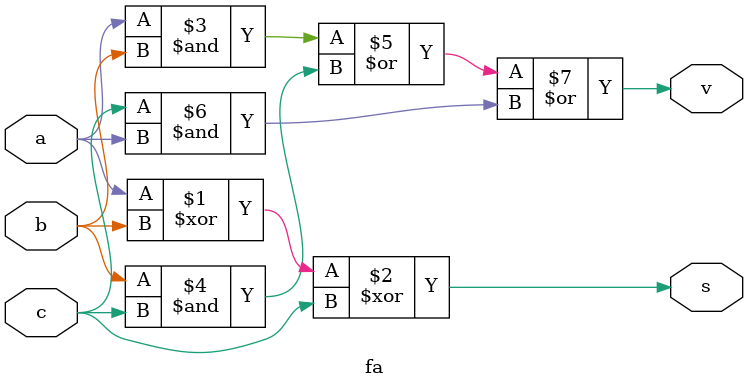
<source format=v>
module fa(input a, input b,input c, output s, output v);

assign s=a^b^c;
assign v=(a&b)|(b&c)|(c&a);

endmodule
</source>
